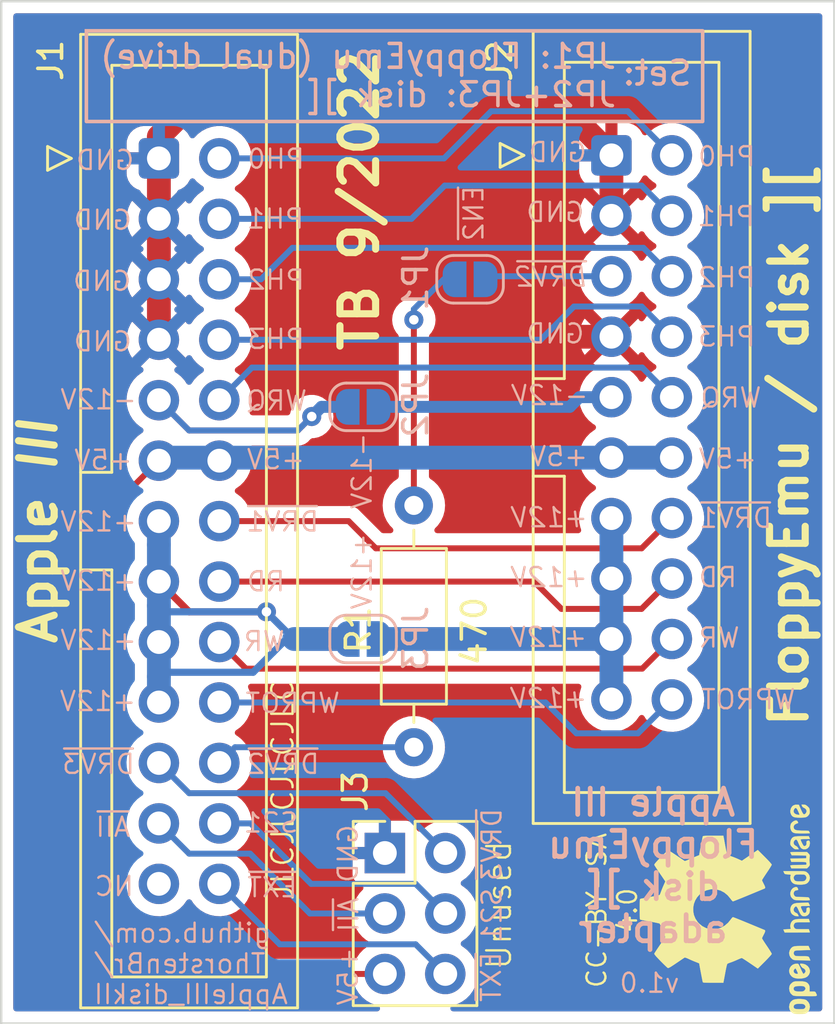
<source format=kicad_pcb>
(kicad_pcb (version 20211014) (generator pcbnew)
  (layers (0 "F.Cu" signal) (31 "B.Cu" signal) (34 "B.Paste" user) (35 "F.Paste" user) (36 "B.SilkS" user "B.Silkscreen") (37 "F.SilkS" user "F.Silkscreen") (38 "B.Mask" user) (39 "F.Mask" user) (44 "Edge.Cuts" user))
  (net 0 "")
  (net 1 "PHASE0")
  (net 2 "GND")
  (net 3 "PHASE1")
  (net 4 "PHASE2")
  (net 5 "PHASE3")
  (net 6 "WREQ")
  (net 7 "+5V")
  (net 8 "~{DRIVE1}")
  (net 9 "RDDATA")
  (net 10 "WRDATA")
  (net 11 "WPROT")
  (net 12 "~{DRIVE3}")
  (net 13 "~{DRIVE2}")
  (net 14 "~{AII}")
  (net 15 "SIDE2{slash}1")
  (net 17 "~{EXT}")
  (net 18 "-12V")
  (net 19 "+12V")
  (net 20 "/~{DRIVE2'}")
  (net 21 "Net-(JP1-Pad2)")
  (net 22 "/-12V'")
  (net 23 "/+12V'")
  (footprint "Connector_IDC:IDC-Header_2x13_P2.54mm_Vertical" (layer "F.Cu") (at 120.015 83.439)
    (fp_text reference "J1" (at -4.5466 -4.1148 90) (layer "F.SilkS"))
    (fp_text value "Apple III Int/Ext Floppy Port" hide)
    (pad "1" thru_hole roundrect (at 0 0) (size 1.7 1.7) (drill 1) (layers *.Cu *.Mask) (roundrect_rratio 0.1470588235) (net 2 "GND"))
    (pad "2" thru_hole circle (at 2.54 0) (size 1.7 1.7) (drill 1) (layers *.Cu *.Mask) (net 1 "PHASE0"))
    (pad "3" thru_hole circle (at 0 2.54) (size 1.7 1.7) (drill 1) (layers *.Cu *.Mask) (net 2 "GND"))
    (pad "4" thru_hole circle (at 2.54 2.54) (size 1.7 1.7) (drill 1) (layers *.Cu *.Mask) (net 3 "PHASE1"))
    (pad "5" thru_hole circle (at 0 5.08) (size 1.7 1.7) (drill 1) (layers *.Cu *.Mask) (net 2 "GND"))
    (pad "6" thru_hole circle (at 2.54 5.08) (size 1.7 1.7) (drill 1) (layers *.Cu *.Mask) (net 4 "PHASE2"))
    (pad "7" thru_hole circle (at 0 7.62) (size 1.7 1.7) (drill 1) (layers *.Cu *.Mask) (net 2 "GND"))
    (pad "8" thru_hole circle (at 2.54 7.62) (size 1.7 1.7) (drill 1) (layers *.Cu *.Mask) (net 5 "PHASE3"))
    (pad "9" thru_hole circle (at 0 10.16) (size 1.7 1.7) (drill 1) (layers *.Cu *.Mask) (net 18 "-12V"))
    (pad "10" thru_hole circle (at 2.54 10.16) (size 1.7 1.7) (drill 1) (layers *.Cu *.Mask) (net 6 "WREQ"))
    (pad "11" thru_hole circle (at 0 12.7) (size 1.7 1.7) (drill 1) (layers *.Cu *.Mask) (net 7 "+5V"))
    (pad "12" thru_hole circle (at 2.54 12.7) (size 1.7 1.7) (drill 1) (layers *.Cu *.Mask) (net 7 "+5V"))
    (pad "13" thru_hole circle (at 0 15.24) (size 1.7 1.7) (drill 1) (layers *.Cu *.Mask) (net 19 "+12V"))
    (pad "14" thru_hole circle (at 2.54 15.24) (size 1.7 1.7) (drill 1) (layers *.Cu *.Mask) (net 8 "~{DRIVE1}"))
    (pad "15" thru_hole circle (at 0 17.78) (size 1.7 1.7) (drill 1) (layers *.Cu *.Mask) (net 19 "+12V"))
    (pad "16" thru_hole circle (at 2.54 17.78) (size 1.7 1.7) (drill 1) (layers *.Cu *.Mask) (net 9 "RDDATA"))
    (pad "17" thru_hole circle (at 0 20.32) (size 1.7 1.7) (drill 1) (layers *.Cu *.Mask) (net 19 "+12V"))
    (pad "18" thru_hole circle (at 2.54 20.32) (size 1.7 1.7) (drill 1) (layers *.Cu *.Mask) (net 10 "WRDATA"))
    (pad "19" thru_hole circle (at 0 22.86) (size 1.7 1.7) (drill 1) (layers *.Cu *.Mask) (net 19 "+12V"))
    (pad "20" thru_hole circle (at 2.54 22.86) (size 1.7 1.7) (drill 1) (layers *.Cu *.Mask) (net 11 "WPROT"))
    (pad "21" thru_hole circle (at 0 25.4) (size 1.7 1.7) (drill 1) (layers *.Cu *.Mask) (net 12 "~{DRIVE3}"))
    (pad "22" thru_hole circle (at 2.54 25.4) (size 1.7 1.7) (drill 1) (layers *.Cu *.Mask) (net 13 "~{DRIVE2}"))
    (pad "23" thru_hole circle (at 0 27.94) (size 1.7 1.7) (drill 1) (layers *.Cu *.Mask) (net 14 "~{AII}"))
    (pad "24" thru_hole circle (at 2.54 27.94) (size 1.7 1.7) (drill 1) (layers *.Cu *.Mask) (net 15 "SIDE2{slash}1"))
    (pad "25" thru_hole circle (at 0 30.48) (size 1.7 1.7) (drill 1) (layers *.Cu *.Mask))
    (pad "26" thru_hole circle (at 2.54 30.48) (size 1.7 1.7) (drill 1) (layers *.Cu *.Mask) (net 17 "~{EXT}"))
  )
  (footprint "Connector_IDC:IDC-Header_2x10_P2.54mm_Vertical" (layer "F.Cu") (at 139.0396 83.312)
    (fp_text reference "J2" (at -4.699 -3.9624 90) (layer "F.SilkS"))
    (fp_text value "FloppyEmu / disk ][" (at 7.4676 12.192 90) (layer "F.SilkS") (effects (font (size 1.5 1.5) (thickness 0.3))))
    (pad "1" thru_hole roundrect (at 0 0) (size 1.7 1.7) (drill 1) (layers *.Cu *.Mask) (roundrect_rratio 0.1470588235) (net 2 "GND"))
    (pad "2" thru_hole circle (at 2.54 0) (size 1.7 1.7) (drill 1) (layers *.Cu *.Mask) (net 1 "PHASE0"))
    (pad "3" thru_hole circle (at 0 2.54) (size 1.7 1.7) (drill 1) (layers *.Cu *.Mask) (net 2 "GND"))
    (pad "4" thru_hole circle (at 2.54 2.54) (size 1.7 1.7) (drill 1) (layers *.Cu *.Mask) (net 3 "PHASE1"))
    (pad "5" thru_hole circle (at 0 5.08) (size 1.7 1.7) (drill 1) (layers *.Cu *.Mask) (net 20 "/~{DRIVE2'}"))
    (pad "6" thru_hole circle (at 2.54 5.08) (size 1.7 1.7) (drill 1) (layers *.Cu *.Mask) (net 4 "PHASE2"))
    (pad "7" thru_hole circle (at 0 7.62) (size 1.7 1.7) (drill 1) (layers *.Cu *.Mask) (net 2 "GND"))
    (pad "8" thru_hole circle (at 2.54 7.62) (size 1.7 1.7) (drill 1) (layers *.Cu *.Mask) (net 5 "PHASE3"))
    (pad "9" thru_hole circle (at 0 10.16) (size 1.7 1.7) (drill 1) (layers *.Cu *.Mask) (net 22 "/-12V'"))
    (pad "10" thru_hole circle (at 2.54 10.16) (size 1.7 1.7) (drill 1) (layers *.Cu *.Mask) (net 6 "WREQ"))
    (pad "11" thru_hole circle (at 0 12.7) (size 1.7 1.7) (drill 1) (layers *.Cu *.Mask) (net 7 "+5V"))
    (pad "12" thru_hole circle (at 2.54 12.7) (size 1.7 1.7) (drill 1) (layers *.Cu *.Mask) (net 7 "+5V"))
    (pad "13" thru_hole circle (at 0 15.24) (size 1.7 1.7) (drill 1) (layers *.Cu *.Mask) (net 23 "/+12V'"))
    (pad "14" thru_hole circle (at 2.54 15.24) (size 1.7 1.7) (drill 1) (layers *.Cu *.Mask) (net 8 "~{DRIVE1}"))
    (pad "15" thru_hole circle (at 0 17.78) (size 1.7 1.7) (drill 1) (layers *.Cu *.Mask) (net 23 "/+12V'"))
    (pad "16" thru_hole circle (at 2.54 17.78) (size 1.7 1.7) (drill 1) (layers *.Cu *.Mask) (net 9 "RDDATA"))
    (pad "17" thru_hole circle (at 0 20.32) (size 1.7 1.7) (drill 1) (layers *.Cu *.Mask) (net 23 "/+12V'"))
    (pad "18" thru_hole circle (at 2.54 20.32) (size 1.7 1.7) (drill 1) (layers *.Cu *.Mask) (net 10 "WRDATA"))
    (pad "19" thru_hole circle (at 0 22.86) (size 1.7 1.7) (drill 1) (layers *.Cu *.Mask) (net 23 "/+12V'"))
    (pad "20" thru_hole circle (at 2.54 22.86) (size 1.7 1.7) (drill 1) (layers *.Cu *.Mask) (net 11 "WPROT"))
  )
  (footprint "Connector_PinHeader_2.54mm:PinHeader_2x03_P2.54mm_Vertical" (layer "F.Cu") (at 129.5146 112.6236)
    (fp_text reference "J3" (at -1.2446 -2.5908 90) (layer "F.SilkS"))
    (fp_text value "Unused" (at 4.8006 2.1844 90) (layer "F.SilkS") (effects (font (thickness 0.1))))
    (pad "1" thru_hole rect (at 0 0) (size 1.7 1.7) (drill 1) (layers *.Cu *.Mask) (net 2 "GND"))
    (pad "2" thru_hole oval (at 2.54 0) (size 1.7 1.7) (drill 1) (layers *.Cu *.Mask) (net 12 "~{DRIVE3}"))
    (pad "3" thru_hole oval (at 0 2.54) (size 1.7 1.7) (drill 1) (layers *.Cu *.Mask) (net 14 "~{AII}"))
    (pad "4" thru_hole oval (at 2.54 2.54) (size 1.7 1.7) (drill 1) (layers *.Cu *.Mask) (net 15 "SIDE2{slash}1"))
    (pad "5" thru_hole oval (at 0 5.08) (size 1.7 1.7) (drill 1) (layers *.Cu *.Mask) (net 7 "+5V"))
    (pad "6" thru_hole oval (at 2.54 5.08) (size 1.7 1.7) (drill 1) (layers *.Cu *.Mask) (net 17 "~{EXT}"))
  )
  (footprint "Symbols:OSHW-Logo2_9.8x8mm_SilkScreen" (layer "F.Cu") (at 143.9418 114.9858 90)
    (fp_text reference "REF***" hide)
    (fp_text value "OSHW-Logo2_9.8x8mm_SilkScreen" hide)
  )
  (footprint "Resistor_THT:R_Axial_DIN0207_L6.3mm_D2.5mm_P10.16mm_Horizontal" (layer "F.Cu") (at 130.7338 98.0186 -90)
    (fp_text reference "R1" (at 5.2324 2.3368 -270) (layer "F.SilkS"))
    (fp_text value "470" (at 5.2832 -2.54 -270) (layer "F.SilkS"))
    (pad "1" thru_hole circle (at 0 0 270) (size 1.6 1.6) (drill 0.8) (layers *.Cu *.Mask) (net 21 "Net-(JP1-Pad2)"))
    (pad "2" thru_hole oval (at 10.16 0 270) (size 1.6 1.6) (drill 0.8) (layers *.Cu *.Mask) (net 13 "~{DRIVE2}"))
  )
  (footprint "Jumper:SolderJumper-2_P1.3mm_Open_RoundedPad1.0x1.5mm" (layer "B.Cu") (at 128.6002 103.632 180)
    (fp_text reference "JP3" (at -2.2098 0.0254 270) (layer "B.SilkS") (effects (justify mirror)))
    (fp_text value "+12V" (at 0.0508 2.8448 270) (layer "B.SilkS") (effects (font (size 0.8 0.8) (thickness 0.1)) (justify mirror)))
    (pad "1" smd custom (at -0.65 0 180) (size 1 0.5) (layers "B.Cu" "B.Mask") (net 23 "/+12V'") (options (clearance outline) (anchor rect)) (primitives (gr_circle (center 0 -0.25) (end 0.5 -0.25) (width 0) (fill yes)) (gr_circle (center 0 0.25) (end 0.5 0.25) (width 0) (fill yes)) (gr_poly (pts (xy 0.5 -0.75) (xy 0 -0.75) (xy 0 0.75) (xy 0.5 0.75)) (width 0) (fill yes))))
    (pad "2" smd custom (at 0.65 0 180) (size 1 0.5) (layers "B.Cu" "B.Mask") (net 19 "+12V") (options (clearance outline) (anchor rect)) (primitives (gr_circle (center 0 -0.25) (end 0.5 -0.25) (width 0) (fill yes)) (gr_circle (center 0 0.25) (end 0.5 0.25) (width 0) (fill yes)) (gr_poly (pts (xy 0 -0.75) (xy -0.5 -0.75) (xy -0.5 0.75) (xy 0 0.75)) (width 0) (fill yes))))
  )
  (footprint "Jumper:SolderJumper-2_P1.3mm_Open_RoundedPad1.0x1.5mm" (layer "B.Cu") (at 133.096 88.519 180)
    (fp_text reference "JP1" (at 2.286 0.0508 90) (layer "B.SilkS") (effects (justify mirror)))
    (fp_text value "~{EN2}" (at -0.1524 2.7686 90) (layer "B.SilkS") (effects (font (size 0.8 0.8) (thickness 0.1)) (justify mirror)))
    (pad "1" smd custom (at -0.65 0 180) (size 1 0.5) (layers "B.Cu" "B.Mask") (net 20 "/~{DRIVE2'}") (options (clearance outline) (anchor rect)) (primitives (gr_circle (center 0 -0.25) (end 0.5 -0.25) (width 0) (fill yes)) (gr_circle (center 0 0.25) (end 0.5 0.25) (width 0) (fill yes)) (gr_poly (pts (xy 0.5 -0.75) (xy 0 -0.75) (xy 0 0.75) (xy 0.5 0.75)) (width 0) (fill yes))))
    (pad "2" smd custom (at 0.65 0 180) (size 1 0.5) (layers "B.Cu" "B.Mask") (net 21 "Net-(JP1-Pad2)") (options (clearance outline) (anchor rect)) (primitives (gr_circle (center 0 -0.25) (end 0.5 -0.25) (width 0) (fill yes)) (gr_circle (center 0 0.25) (end 0.5 0.25) (width 0) (fill yes)) (gr_poly (pts (xy 0 -0.75) (xy -0.5 -0.75) (xy -0.5 0.75) (xy 0 0.75)) (width 0) (fill yes))))
  )
  (footprint "Jumper:SolderJumper-2_P1.3mm_Open_RoundedPad1.0x1.5mm" (layer "B.Cu") (at 128.6002 93.8784 180)
    (fp_text reference "JP2" (at -2.2098 0.0762 270) (layer "B.SilkS") (effects (justify mirror)))
    (fp_text value "-12V" (at 0.0508 -2.6924 270) (layer "B.SilkS") (effects (font (size 0.8 0.8) (thickness 0.1)) (justify mirror)))
    (pad "1" smd custom (at -0.65 0 180) (size 1 0.5) (layers "B.Cu" "B.Mask") (net 22 "/-12V'") (options (clearance outline) (anchor rect)) (primitives (gr_circle (center 0 -0.25) (end 0.5 -0.25) (width 0) (fill yes)) (gr_circle (center 0 0.25) (end 0.5 0.25) (width 0) (fill yes)) (gr_poly (pts (xy 0.5 -0.75) (xy 0 -0.75) (xy 0 0.75) (xy 0.5 0.75)) (width 0) (fill yes))))
    (pad "2" smd custom (at 0.65 0 180) (size 1 0.5) (layers "B.Cu" "B.Mask") (net 18 "-12V") (options (clearance outline) (anchor rect)) (primitives (gr_circle (center 0 -0.25) (end 0.5 -0.25) (width 0) (fill yes)) (gr_circle (center 0 0.25) (end 0.5 0.25) (width 0) (fill yes)) (gr_poly (pts (xy 0 -0.75) (xy -0.5 -0.75) (xy -0.5 0.75) (xy 0 0.75)) (width 0) (fill yes))))
  )
  (gr_rect (start 116.967 78.0796) (end 142.875 81.8896) (layer "B.SilkS") (width 0.15) (fill none))
  (gr_rect (start 113.3856 76.835) (end 148.4122 119.7864) (layer "Edge.Cuts") (width 0.1) (fill none))
  (gr_text "GND" (at 136.6774 90.805) (layer "B.SilkS") (effects (font (size 0.8 0.8) (thickness 0.1)) (justify mirror)))
  (gr_text "+5V" (at 127.9652 117.8052 90) (layer "B.SilkS") (effects (font (size 0.8 0.8) (thickness 0.1)) (justify mirror)))
  (gr_text "PH3" (at 123.6726 91.0336) (layer "B.SilkS") (effects (font (size 0.8 0.8) (thickness 0.1)) (justify right mirror)))
  (gr_text "NC" (at 118.1354 114.0206) (layer "B.SilkS") (effects (font (size 0.8 0.8) (thickness 0.1)) (justify mirror)))
  (gr_text "+12V" (at 117.475 101.1936) (layer "B.SilkS") (effects (font (size 0.8 0.8) (thickness 0.1)) (justify mirror)))
  (gr_text "~{DRV2}" (at 123.6472 108.8898) (layer "B.SilkS") (effects (font (size 0.8 0.8) (thickness 0.1)) (justify right mirror)))
  (gr_text "PH1" (at 123.6472 85.979) (layer "B.SilkS") (effects (font (size 0.8 0.8) (thickness 0.1)) (justify right mirror)))
  (gr_text "v1.0" (at 140.6398 118.0846) (layer "B.SilkS") (effects (font (size 0.8 0.8) (thickness 0.1)) (justify mirror)))
  (gr_text "GND" (at 136.6774 85.6996) (layer "B.SilkS") (effects (font (size 0.8 0.8) (thickness 0.1)) (justify mirror)))
  (gr_text "PH1" (at 142.5956 85.8774) (layer "B.SilkS") (effects (font (size 0.8 0.8) (thickness 0.1)) (justify right mirror)))
  (gr_text "+12V" (at 136.4742 101.0412) (layer "B.SilkS") (effects (font (size 0.8 0.8) (thickness 0.1) italic) (justify mirror)))
  (gr_text "PH0" (at 142.621 83.3628) (layer "B.SilkS") (effects (font (size 0.8 0.8) (thickness 0.1)) (justify right mirror)))
  (gr_text "+12V" (at 136.4742 98.5266) (layer "B.SilkS") (effects (font (size 0.8 0.8) (thickness 0.1) italic) (justify mirror)))
  (gr_text "GND" (at 117.7544 83.5152) (layer "B.SilkS") (effects (font (size 0.8 0.8) (thickness 0.1)) (justify mirror)))
  (gr_text "PH3" (at 142.621 90.932) (layer "B.SilkS") (effects (font (size 0.8 0.8) (thickness 0.1)) (justify right mirror)))
  (gr_text "github.com/\nThorstenBr/\nAppleIII_diskII" (at 117.221 117.2718) (layer "B.SilkS") (effects (font (size 0.8 0.8) (thickness 0.1)) (justify right mirror)))
  (gr_text "GND" (at 117.6274 88.5952) (layer "B.SilkS") (effects (font (size 0.8 0.8) (thickness 0.1)) (justify mirror)))
  (gr_text "~{AII}" (at 118.0846 111.5314) (layer "B.SilkS") (effects (font (size 0.8 0.8) (thickness 0.1)) (justify mirror)))
  (gr_text "RD" (at 142.6464 101.0412) (layer "B.SilkS") (effects (font (size 0.8 0.8) (thickness 0.1)) (justify right mirror)))
  (gr_text "WRQ" (at 142.7226 93.4974) (layer "B.SilkS") (effects (font (size 0.8 0.8) (thickness 0.1)) (justify right mirror)))
  (gr_text "Apple III\nFloppyEmu\ndisk ][\nadapter" (at 140.7922 113.157) (layer "B.SilkS") (effects (font (size 1.1 1.1) (thickness 0.2)) (justify mirror)))
  (gr_text "~{DRV1}" (at 123.6218 98.7044) (layer "B.SilkS") (effects (font (size 0.8 0.8) (thickness 0.1)) (justify right mirror)))
  (gr_text "~{AII}" (at 127.9906 115.2144 90) (layer "B.SilkS") (effects (font (size 0.8 0.8) (thickness 0.1)) (justify mirror)))
  (gr_text "~{DRV3}" (at 134.0104 112.268 90) (layer "B.SilkS") (effects (font (size 0.8 0.8) (thickness 0.1)) (justify mirror)))
  (gr_text "~{EXT}" (at 123.6726 114.0714) (layer "B.SilkS") (effects (font (size 0.8 0.8) (thickness 0.1)) (justify right mirror)))
  (gr_text "~{DRV1}" (at 142.6718 98.552) (layer "B.SilkS") (effects (font (size 0.8 0.8) (thickness 0.1)) (justify right mirror)))
  (gr_text "+12V" (at 117.4496 106.2482) (layer "B.SilkS") (effects (font (size 0.8 0.8) (thickness 0.1)) (justify mirror)))
  (gr_text "-12V" (at 117.475 93.5736) (layer "B.SilkS") (effects (font (size 0.8 0.8) (thickness 0.1)) (justify mirror)))
  (gr_text "WR" (at 123.5202 103.7336) (layer "B.SilkS") (effects (font (size 0.8 0.8) (thickness 0.1)) (justify right mirror)))
  (gr_text "WRQ" (at 123.6218 93.6244) (layer "B.SilkS") (effects (font (size 0.8 0.8) (thickness 0.1)) (justify right mirror)))
  (gr_text "GND" (at 127.9652 112.649 90) (layer "B.SilkS") (effects (font (size 0.8 0.8) (thickness 0.1)) (justify mirror)))
  (gr_text "PH2" (at 123.6726 88.5444) (layer "B.SilkS") (effects (font (size 0.8 0.8) (thickness 0.1)) (justify right mirror)))
  (gr_text "~{DRV3}" (at 117.475 108.8898) (layer "B.SilkS") (effects (font (size 0.8 0.8) (thickness 0.1)) (justify mirror)))
  (gr_text "+12V" (at 136.4488 106.1212) (layer "B.SilkS") (effects (font (size 0.8 0.8) (thickness 0.1) italic) (justify mirror)))
  (gr_text "WPROT" (at 142.748 106.172) (layer "B.SilkS") (effects (font (size 0.8 0.8) (thickness 0.1)) (justify right mirror)))
  (gr_text "+5V" (at 142.6464 96.0628) (layer "B.SilkS") (effects (font (size 0.8 0.8) (thickness 0.1)) (justify right mirror)))
  (gr_text "GND" (at 117.6528 86.0298) (layer "B.SilkS") (effects (font (size 0.8 0.8) (thickness 0.1)) (justify mirror)))
  (gr_text "+5V" (at 117.6782 96.1136) (layer "B.SilkS") (effects (font (size 0.8 0.8) (thickness 0.1)) (justify mirror)))
  (gr_text "PH2" (at 142.621 88.4428) (layer "B.SilkS") (effects (font (size 0.8 0.8) (thickness 0.1)) (justify right mirror)))
  (gr_text "S21" (at 123.5202 111.3536) (layer "B.SilkS") (effects (font (size 0.8 0.8) (thickness 0.1)) (justify right mirror)))
  (gr_text "PH0" (at 123.6726 83.4644) (layer "B.SilkS") (effects (font (size 0.8 0.8) (thickness 0.1)) (justify right mirror)))
  (gr_text "S21" (at 134.0104 115.2398 90) (layer "B.SilkS") (effects (font (size 0.8 0.8) (thickness 0.1)) (justify mirror)))
  (gr_text "+5V" (at 123.6472 96.0882) (layer "B.SilkS") (effects (font (size 0.8 0.8) (thickness 0.1)) (justify right mirror)))
  (gr_text "Set:" (at 142.494 79.8576) (layer "B.SilkS") (effects (font (size 1 1)) (justify left mirror)))
  (gr_text "+5V" (at 136.8298 95.9612) (layer "B.SilkS") (effects (font (size 0.8 0.8) (thickness 0.1)) (justify mirror)))
  (gr_text "~{DRV2}" (at 136.525 88.4174) (layer "B.SilkS") (effects (font (size 0.8 0.8) (thickness 0.1) italic) (justify mirror)))
  (gr_text "+12V" (at 117.475 98.7044) (layer "B.SilkS") (effects (font (size 0.8 0.8) (thickness 0.1)) (justify mirror)))
  (gr_text "~{EXT}" (at 133.985 117.8306 90) (layer "B.SilkS") (effects (font (size 0.8 0.8) (thickness 0.1)) (justify mirror)))
  (gr_text "WR" (at 142.6464 103.5812) (layer "B.SilkS") (effects (font (size 0.8 0.8) (thickness 0.1)) (justify right mirror)))
  (gr_text "JP1: FloppyEmu (dual drive)\nJP2+JP3: disk ][" (at 139.319 79.9592) (layer "B.SilkS") (effects (font (size 1 1)) (justify left mirror)))
  (gr_text "-12V" (at 136.4996 93.3958) (layer "B.SilkS") (effects (font (size 0.8 0.8) (thickness 0.1) italic) (justify mirror)))
  (gr_text "WPROT" (at 123.5964 106.3244) (layer "B.SilkS") (effects (font (size 0.8 0.8) (thickness 0.1)) (justify right mirror)))
  (gr_text "+12V" (at 117.475 103.6828) (layer "B.SilkS") (effects (font (size 0.8 0.8) (thickness 0.1)) (justify mirror)))
  (gr_text "RD" (at 123.6472 101.219) (layer "B.SilkS") (effects (font (size 0.8 0.8) (thickness 0.1)) (justify right mirror)))
  (gr_text "GND" (at 136.779 83.185) (layer "B.SilkS") (effects (font (size 0.8 0.8) (thickness 0.1)) (justify mirror)))
  (gr_text "GND" (at 117.6528 91.1352) (layer "B.SilkS") (effects (font (size 0.8 0.8) (thickness 0.1)) (justify mirror)))
  (gr_text "+12V" (at 136.4488 103.5558) (layer "B.SilkS") (effects (font (size 0.8 0.8) (thickness 0.1) italic) (justify mirror)))
  (gr_text "JLCJLCJLCJLC" (at 125.222 114.681 90) (layer "F.SilkS") (effects (font (size 0.9 0.9) (thickness 0.1)) (justify left)))
  (gr_text "CC-BY-SA\n4.0" (at 139.065 115.0366 90) (layer "F.SilkS") (effects (font (size 0.8 0.8) (thickness 0.1))))
  (gr_text "Apple" (at 114.935 100.7364 90) (layer "F.SilkS") (effects (font (size 1.5 1.5) (thickness 0.3))))
  (gr_text "TB 9/2022" (at 128.4478 85.217 90) (layer "F.SilkS") (effects (font (size 1.5 1.5) (thickness 0.3))))
  (gr_text "III" (at 114.935 95.4786 90) (layer "F.SilkS") (effects (font (size 1.5 1.5) (thickness 0.3) italic)))
  (segment (start 122.555 83.439) (end 132.0038 83.439) (width 0.25) (layer "B.Cu") (net 1))
  (segment (start 139.7254 81.4578) (end 141.5796 83.312) (width 0.25) (layer "B.Cu") (net 1))
  (segment (start 133.985 81.4578) (end 139.7254 81.4578) (width 0.25) (layer "B.Cu") (net 1))
  (segment (start 132.0038 83.439) (end 133.985 81.4578) (width 0.25) (layer "B.Cu") (net 1))
  (segment (start 137.2616 90.932) (end 135.7884 89.4588) (width 1) (layer "F.Cu") (net 2))
  (segment (start 139.0396 90.932) (end 137.2616 90.932) (width 1) (layer "F.Cu") (net 2))
  (segment (start 135.7884 89.4588) (end 135.7884 81.407) (width 1) (layer "F.Cu") (net 2))
  (segment (start 120.015 82.5246) (end 121.1326 81.407) (width 1) (layer "F.Cu") (net 2))
  (segment (start 121.1326 81.407) (end 135.7884 81.407) (width 1) (layer "F.Cu") (net 2))
  (segment (start 137.1346 81.407) (end 139.0396 83.312) (width 1) (layer "F.Cu") (net 2))
  (segment (start 139.0396 83.312) (end 139.0396 85.852) (width 1) (layer "F.Cu") (net 2))
  (segment (start 120.015 91.059) (end 120.015 88.519) (width 1) (layer "F.Cu") (net 2))
  (segment (start 135.7884 81.407) (end 137.1346 81.407) (width 1) (layer "F.Cu") (net 2))
  (segment (start 120.015 83.439) (end 120.015 82.5246) (width 1) (layer "F.Cu") (net 2))
  (segment (start 120.015 88.519) (end 120.015 83.439) (width 1) (layer "F.Cu") (net 2))
  (segment (start 141.5796 85.852) (end 140.3096 84.582) (width 0.25) (layer "B.Cu") (net 3))
  (segment (start 132.0292 84.582) (end 130.6322 85.979) (width 0.25) (layer "B.Cu") (net 3))
  (segment (start 140.3096 84.582) (end 132.0292 84.582) (width 0.25) (layer "B.Cu") (net 3))
  (segment (start 130.6322 85.979) (end 122.555 85.979) (width 0.25) (layer "B.Cu") (net 3))
  (segment (start 141.5796 88.392) (end 140.3858 87.1982) (width 0.25) (layer "B.Cu") (net 4))
  (segment (start 124.3076 88.519) (end 122.555 88.519) (width 0.25) (layer "B.Cu") (net 4))
  (segment (start 140.3858 87.1982) (end 125.6284 87.1982) (width 0.25) (layer "B.Cu") (net 4))
  (segment (start 125.6284 87.1982) (end 124.3076 88.519) (width 0.25) (layer "B.Cu") (net 4))
  (segment (start 140.3096 89.662) (end 141.5796 90.932) (width 0.25) (layer "B.Cu") (net 5))
  (segment (start 122.555 91.059) (end 136.0678 91.059) (width 0.25) (layer "B.Cu") (net 5))
  (segment (start 137.4648 89.662) (end 140.3096 89.662) (width 0.25) (layer "B.Cu") (net 5))
  (segment (start 136.0678 91.059) (end 137.4648 89.662) (width 0.25) (layer "B.Cu") (net 5))
  (segment (start 140.335 92.2274) (end 141.5796 93.472) (width 0.25) (layer "B.Cu") (net 6))
  (segment (start 123.9266 92.2274) (end 140.335 92.2274) (width 0.25) (layer "B.Cu") (net 6))
  (segment (start 122.555 93.599) (end 123.9266 92.2274) (width 0.25) (layer "B.Cu") (net 6))
  (segment (start 120.015 96.139) (end 118.237 97.917) (width 0.25) (layer "F.Cu") (net 7))
  (segment (start 123.480101 117.7036) (end 129.5146 117.7036) (width 0.25) (layer "F.Cu") (net 7))
  (segment (start 121.956101 116.1796) (end 123.480101 117.7036) (width 0.25) (layer "F.Cu") (net 7))
  (segment (start 118.237 97.917) (end 118.237 114.9096) (width 0.25) (layer "F.Cu") (net 7))
  (segment (start 119.507 116.1796) (end 121.956101 116.1796) (width 0.25) (layer "F.Cu") (net 7))
  (segment (start 118.237 114.9096) (end 119.507 116.1796) (width 0.25) (layer "F.Cu") (net 7))
  (segment (start 141.5796 96.012) (end 120.142 96.012) (width 1) (layer "B.Cu") (net 7))
  (segment (start 140.3096 99.822) (end 129.1336 99.822) (width 0.25) (layer "F.Cu") (net 8))
  (segment (start 129.1336 99.822) (end 127.9906 98.679) (width 0.25) (layer "F.Cu") (net 8))
  (segment (start 127.9906 98.679) (end 122.555 98.679) (width 0.25) (layer "F.Cu") (net 8))
  (segment (start 141.5796 98.552) (end 140.3096 99.822) (width 0.25) (layer "F.Cu") (net 8))
  (segment (start 122.555 101.219) (end 135.7884 101.219) (width 0.25) (layer "F.Cu") (net 9))
  (segment (start 135.7884 101.219) (end 136.935678 102.366278) (width 0.25) (layer "F.Cu") (net 9))
  (segment (start 141.5796 101.092) (end 140.305322 102.366278) (width 0.25) (layer "F.Cu") (net 9))
  (segment (start 140.305322 102.366278) (end 136.935678 102.366278) (width 0.25) (layer "F.Cu") (net 9))
  (segment (start 123.6726 104.8766) (end 122.555 103.759) (width 0.25) (layer "F.Cu") (net 10))
  (segment (start 140.335 104.8766) (end 123.6726 104.8766) (width 0.25) (layer "F.Cu") (net 10))
  (segment (start 141.5796 103.632) (end 140.335 104.8766) (width 0.25) (layer "F.Cu") (net 10))
  (segment (start 141.5796 106.172) (end 140.1572 107.5944) (width 0.25) (layer "B.Cu") (net 11))
  (segment (start 136.271 106.299) (end 137.5664 107.5944) (width 0.25) (layer "B.Cu") (net 11))
  (segment (start 140.1572 107.5944) (end 137.5664 107.5944) (width 0.25) (layer "B.Cu") (net 11))
  (segment (start 122.555 106.299) (end 136.271 106.299) (width 0.25) (layer "B.Cu") (net 11))
  (segment (start 120.015 108.839) (end 121.285 110.109) (width 0.25) (layer "B.Cu") (net 12))
  (segment (start 129.54 110.109) (end 132.0546 112.6236) (width 0.25) (layer "B.Cu") (net 12))
  (segment (start 121.285 110.109) (end 129.54 110.109) (width 0.25) (layer "B.Cu") (net 12))
  (segment (start 123.2154 108.1786) (end 122.555 108.839) (width 0.25) (layer "B.Cu") (net 13))
  (segment (start 130.7338 108.1786) (end 123.2154 108.1786) (width 0.25) (layer "B.Cu") (net 13))
  (segment (start 121.285 112.649) (end 123.8504 112.649) (width 0.25) (layer "B.Cu") (net 14))
  (segment (start 120.015 111.379) (end 121.285 112.649) (width 0.25) (layer "B.Cu") (net 14))
  (segment (start 126.365 115.1636) (end 129.5146 115.1636) (width 0.25) (layer "B.Cu") (net 14))
  (segment (start 123.8504 112.649) (end 126.365 115.1636) (width 0.25) (layer "B.Cu") (net 14))
  (segment (start 132.0546 115.1636) (end 130.81 113.919) (width 0.25) (layer "B.Cu") (net 15))
  (segment (start 126.4158 113.919) (end 123.8758 111.379) (width 0.25) (layer "B.Cu") (net 15))
  (segment (start 130.81 113.919) (end 126.4158 113.919) (width 0.25) (layer "B.Cu") (net 15))
  (segment (start 123.8758 111.379) (end 122.555 111.379) (width 0.25) (layer "B.Cu") (net 15))
  (segment (start 132.0546 117.7036) (end 130.81 116.459) (width 0.25) (layer "B.Cu") (net 17))
  (segment (start 130.81 116.459) (end 125.095 116.459) (width 0.25) (layer "B.Cu") (net 17))
  (segment (start 125.095 116.459) (end 122.555 113.919) (width 0.25) (layer "B.Cu") (net 17))
  (segment locked (start 121.285 94.869) (end 124.5362 94.869) (width 0.25) (layer "F.Cu") (net 18))
  (segment locked (start 125.857 94.869) (end 126.0348 94.6912) (width 0.25) (layer "F.Cu") (net 18))
  (segment (start 126.0348 94.6912) (end 126.4412 94.2848) (width 0.25) (layer "F.Cu") (net 18))
  (segment locked (start 120.015 93.599) (end 121.285 94.869) (width 0.25) (layer "F.Cu") (net 18))
  (segment locked (start 124.5362 94.869) (end 125.857 94.869) (width 0.25) (layer "F.Cu") (net 18))
  (via (at 126.4412 94.2848) (size 0.8) (drill 0.4) (layers "F.Cu" "B.Cu") (net 18))
  (segment locked (start 121.285 94.869) (end 125.857 94.869) (width 0.25) (layer "B.Cu") (net 18))
  (segment (start 126.4412 94.2848) (end 126.8476 93.8784) (width 0.5) (layer "B.Cu") (net 18))
  (segment locked (start 120.015 93.599) (end 121.285 94.869) (width 0.25) (layer "B.Cu") (net 18))
  (segment (start 126.8476 93.8784) (end 127.9502 93.8784) (width 0.5) (layer "B.Cu") (net 18))
  (segment locked (start 125.857 94.869) (end 126.4412 94.2848) (width 0.25) (layer "B.Cu") (net 18))
  (segment (start 120.015 101.219) (end 121.285 102.489) (width 0.3) (layer "F.Cu") (net 19))
  (segment locked (start 121.285 102.489) (end 124.5362 102.489) (width 0.3) (layer "F.Cu") (net 19))
  (via (at 124.5362 102.489) (size 0.8) (drill 0.4) (layers "F.Cu" "B.Cu") (net 19))
  (segment (start 124.5362 102.489) (end 125.6792 103.632) (width 0.3) (layer "B.Cu") (net 19))
  (segment (start 120.015 102.235) (end 120.269 102.489) (width 0.3) (layer "B.Cu") (net 19))
  (segment (start 120.015 98.679) (end 120.015 99.6696) (width 1) (layer "B.Cu") (net 19))
  (segment (start 124.8156 104.1908) (end 125.3744 103.632) (width 0.3) (layer "B.Cu") (net 19))
  (segment (start 120.3452 102.5652) (end 120.015 102.235) (width 0.25) (layer "B.Cu") (net 19))
  (segment (start 123.9774 105.029) (end 120.1928 105.029) (width 0.3) (layer "B.Cu") (net 19))
  (segment (start 125.3744 103.632) (end 125.7046 103.632) (width 0.3) (layer "B.Cu") (net 19))
  (segment (start 120.269 102.489) (end 124.5362 102.489) (width 0.3) (layer "B.Cu") (net 19))
  (segment locked (start 124.8156 104.1908) (end 123.9774 105.029) (width 0.3) (layer "B.Cu") (net 19))
  (segment (start 120.015 105.2068) (end 120.015 106.299) (width 1) (layer "B.Cu") (net 19))
  (segment (start 120.1928 105.029) (end 120.015 105.2068) (width 0.3) (layer "B.Cu") (net 19))
  (segment (start 125.6792 103.632) (end 125.7046 103.632) (width 0.3) (layer "B.Cu") (net 19))
  (segment (start 120.015 102.235) (end 120.015 105.2068) (width 1) (layer "B.Cu") (net 19))
  (segment (start 125.7046 103.632) (end 127.9502 103.632) (width 1) (layer "B.Cu") (net 19))
  (segment (start 120.015 99.6696) (end 120.015 102.235) (width 1) (layer "B.Cu") (net 19))
  (segment (start 139.0396 88.392) (end 133.4158 88.392) (width 0.25) (layer "B.Cu") (net 20))
  (segment (start 130.7338 90.2208) (end 130.7338 98.0186) (width 0.25) (layer "F.Cu") (net 21))
  (via (at 130.7338 90.2208) (size 0.8) (drill 0.4) (layers "F.Cu" "B.Cu") (net 21))
  (segment (start 130.7338 89.774) (end 131.9888 88.519) (width 0.25) (layer "B.Cu") (net 21))
  (segment (start 130.7338 90.2208) (end 130.7338 89.774) (width 0.25) (layer "B.Cu") (net 21))
  (segment (start 137.6934 93.472) (end 139.0396 93.472) (width 0.5) (layer "B.Cu") (net 22))
  (segment (start 129.2502 93.8784) (end 137.287 93.8784) (width 0.5) (layer "B.Cu") (net 22))
  (segment (start 137.287 93.8784) (end 137.6934 93.472) (width 0.5) (layer "B.Cu") (net 22))
  (segment (start 139.0396 98.552) (end 139.0396 106.172) (width 1) (layer "B.Cu") (net 23))
  (segment (start 139.0396 103.632) (end 129.2502 103.632) (width 1) (layer "B.Cu") (net 23))
  (zone (net 2) (net_name "GND") (layers F&B.Cu) (connect_pads (clearance 0.508)) (min_thickness 0.254) (fill yes (thermal_gap 0.508) (thermal_bridge_width 0.508))
    (polygon (pts (xy 148.3868 119.7864) (xy 113.3856 119.761) (xy 113.411 76.835) (xy 148.336 76.835)))
  )
)
</source>
